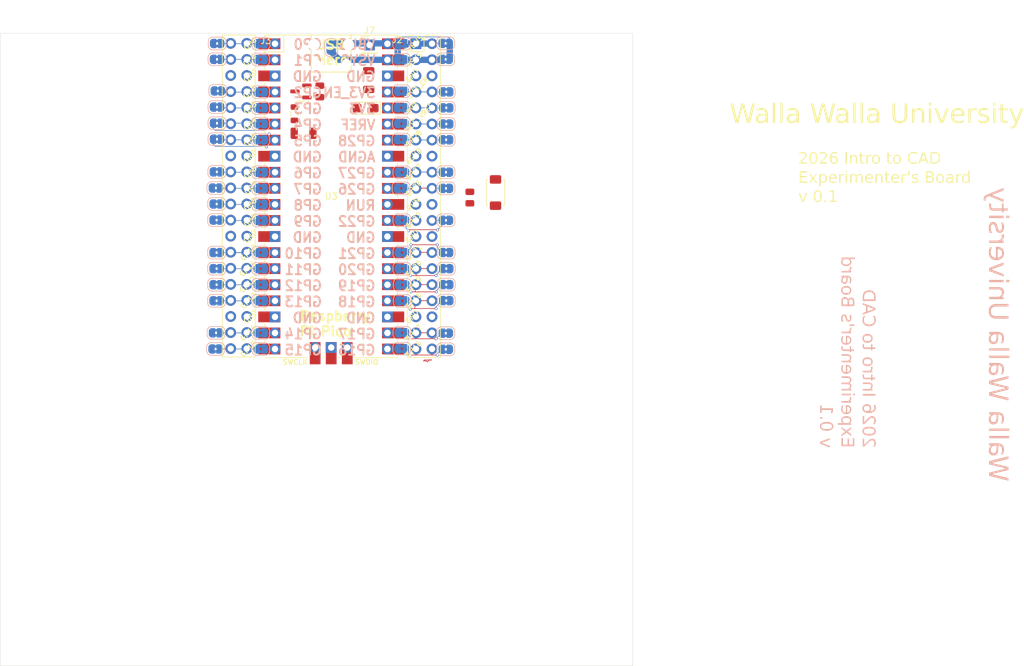
<source format=kicad_pcb>
(kicad_pcb (version 20241229) (generator "pcbnew") (generator_version "9.0")
  (layers (0 "F.Cu" signal) (4 "In1.Cu" signal) (6 "In2.Cu" signal) (2 "B.Cu" signal) (13 "F.Paste" user) (15 "B.Paste" user) (5 "F.SilkS" user "F.Silkscreen") (7 "B.SilkS" user "B.Silkscreen") (1 "F.Mask" user) (3 "B.Mask" user) (25 "Edge.Cuts" user))
  (net 0 "")
  (net 1 "GND")
  (net 2 "+3.3V")
  (net 3 "/WS")
  (net 4 "+4.7V")
  (net 5 "Net-(Q1-D)")
  (net 6 "Net-(Q1-G)")
  (net 7 "Net-(J7-Pin_1)")
  (net 8 "Net-(e1-EN)")
  (net 9 "Net-(J2-Pin_35)")
  (net 10 "Net-(J2-Pin_34)")
  (net 11 "Net-(JP36-B)")
  (net 12 "Net-(JP37-B)")
  (net 13 "Net-(JP38-B)")
  (net 14 "/BCK")
  (net 15 "/DATA")
  (net 16 "Net-(JP39-B)")
  (net 17 "/SDA")
  (net 18 "/SCL")
  (net 19 "Net-(JP40-B)")
  (net 20 "Net-(JP41-B)")
  (net 21 "Net-(JP42-B)")
  (net 22 "/Raspberry_Pi_Pico/3V3_EN")
  (net 23 "/Raspberry_Pi_Pico/RST")
  (net 30 "/Raspberry_Pi_Pico/ADC_VREF")
  (net 31 "/Raspberry_Pi_Pico/GPIO28_ADC2")
  (net 32 "/Raspberry_Pi_Pico/GPIO27_ADC1")
  (net 33 "/Raspberry_Pi_Pico/GPIO26_ADC0")
  (net 34 "/Raspberry_Pi_Pico/GPIO22")
  (net 35 "/Raspberry_Pi_Pico/GPIO21")
  (net 36 "/Raspberry_Pi_Pico/GPIO20")
  (net 37 "/Raspberry_Pi_Pico/GPIO19")
  (net 38 "/Raspberry_Pi_Pico/GPIO18")
  (net 39 "/Raspberry_Pi_Pico/GPIO17")
  (net 40 "/Raspberry_Pi_Pico/GPIO7")
  (net 41 "/Raspberry_Pi_Pico/GPIO8")
  (net 42 "/Raspberry_Pi_Pico/GPIO12")
  (net 43 "/Raspberry_Pi_Pico/GPIO13")
  (net 44 "Net-(JP43-B)")
  (net 45 "Net-(JP44-B)")
  (net 46 "Net-(J2-Pin_15)")
  (net 47 "Net-(JP45-B)")
  (net 48 "Net-(J2-Pin_11)")
  (net 49 "Net-(JP46-B)")
  (net 50 "Net-(J2-Pin_19)")
  (net 51 "Net-(J2-Pin_1)")
  (net 52 "Net-(J2-Pin_16)")
  (net 53 "Net-(J2-Pin_12)")
  (net 54 "Net-(J2-Pin_10)")
  (net 55 "Net-(J2-Pin_2)")
  (net 56 "Net-(J2-Pin_17)")
  (net 57 "Net-(JP47-B)")
  (net 58 "Net-(J2-Pin_20)")
  (net 59 "Net-(J2-Pin_14)")
  (net 60 "Net-(JP48-B)")
  (net 61 "Net-(JP49-B)")
  (net 62 "Net-(J3-Pin_37)")
  (net 63 "Net-(J3-Pin_36)")
  (net 64 "Net-(J3-Pin_35)")
  (net 65 "Net-(J3-Pin_34)")
  (net 66 "Net-(J3-Pin_32)")
  (net 67 "Net-(JP51-A)")
  (net 68 "Net-(JP52-A)")
  (net 69 "Net-(JP53-A)")
  (net 70 "Net-(JP54-A)")
  (net 71 "Net-(JP55-A)")
  (net 72 "Net-(JP56-A)")
  (net 73 "Net-(JP57-A)")
  (net 74 "Net-(JP58-A)")
  (net 75 "Net-(J3-Pin_1)")
  (net 76 "Net-(J3-Pin_2)")
  (net 77 "Net-(JP59-A)")
  (net 78 "Net-(JP60-A)")
  (net 79 "Net-(JP61-A)")
  (net 80 "Net-(JP62-A)")
  (net 81 "Net-(JP63-A)")
  (net 82 "Net-(JP64-A)")
  (net 83 "Net-(JP65-A)")
  (net 84 "Net-(JP66-A)")
  (net 85 "/Raspberry_Pi_Pico/GPIO4")
  (net 86 "/Raspberry_Pi_Pico/GPIO5")
  (net 87 "Net-(J3-Pin_10)")
  (net 88 "Net-(J3-Pin_12)")
  (net 89 "Net-(J3-Pin_14)")
  (net 90 "Net-(J3-Pin_15)")
  (net 91 "Net-(J3-Pin_16)")
  (net 92 "Net-(J3-Pin_17)")
  (net 93 "Net-(J3-Pin_19)")
  (net 94 "Net-(J3-Pin_20)")
  (net 95 "/FMT")
  (net 96 "Net-(J2-Pin_37)")
  (net 97 "Net-(J2-Pin_36)")
  (net 98 "Net-(J2-Pin_32)")
  (net 99 "/MD1")
  (net 100 "/Raspberry_Pi_Pico/GPIO0")
  (net 101 "/Raspberry_Pi_Pico/GPIO1")
  (net 102 "/Raspberry_Pi_Pico/GPIO2")
  (net 103 "/Raspberry_Pi_Pico/GPIO3")
  (net 104 "/Raspberry_Pi_Pico/GPIO6")
  (net 105 "/Raspberry_Pi_Pico/GPIO9")
  (footprint "PCM_JLCPCB:R_0805" (layer "F.Cu") (at 151.49 40.14 90)
    (property "Reference" "R28" (hide yes))
    (property "Value" "100kΩ")
  )
  (footprint "PCM_JLCPCB:SW_TS-1088-AR02016" (layer "F.Cu") (at 179.27 56.125 90)
    (property "Reference" "S1" (hide yes))
    (property "Value" "Tactile Button, 160gf")
  )
  (footprint "PCM_JLCPCB:C_1206" (layer "F.Cu") (at 148.92 46.76)
    (property "Reference" "C5" (hide yes))
    (property "Value" "10uF")
  )
  (footprint "Intro_to_CAD:PinSocket_2x20_P2.54mm_Vertical_Counterclockwise_pins21-40" (layer "F.Cu") (at 140.78 32.54)
    (property "Reference" "J3")
    (property "Value" "Conn_02x20_Counter_Clockwise")
  )
  (footprint "PCM_JLCPCB:Q_SOT-23" (layer "F.Cu") (at 148.5 40.14 180)
    (property "Reference" "Q1" (hide yes))
    (property "Value" "AO3401A")
  )
  (footprint "MCU_RaspberryPi_and_Boards:RPi_Pico_SMD_TH" (layer "F.Cu") (at 153.29 56.73)
    (property "Reference" "U3")
    (property "Value" "Pico")
  )
  (footprint "PCM_JLCPCB:C_1206" (layer "F.Cu") (at 159.22 38.34 -90)
    (property "Reference" "C2" (hide yes))
    (property "Value" "10uF")
  )
  (footprint "PCM_JLCPCB:R_0805" (layer "F.Cu") (at 175.21 56.915 90)
    (property "Reference" "R29" (hide yes))
    (property "Value" "20kΩ")
  )
  (footprint "Connector_PinHeader_2.54mm:PinHeader_1x01_P2.54mm_Vertical" (layer "F.Cu") (at 159.34 32.79)
    (property "Reference" "J7")
    (property "Value" "Conn_01x01_Pin")
  )
  (footprint "PCM_JLCPCB:C_CASE-A-3216-18(mm)" (layer "F.Cu") (at 158.73 42.78 180)
    (property "Reference" "C39" (hide yes))
    (property "Value" "10uF")
  )
  (footprint "PCM_JLCPCB:FB_0805" (layer "F.Cu") (at 147.47 43.66 -90)
    (property "Reference" "FB6" (hide yes))
    (property "Value" "~")
  )
  (footprint "Intro_to_CAD:PinSocket_2x20_P2.54mm_Vertical_pins1-20" (layer "F.Cu") (at 170.07 32.59)
    (property "Reference" "J2")
    (property "Value" "Conn_02x20_Counter_Clockwise")
  )
  (footprint "Jumper:SolderJumper-2_P1.3mm_Bridged2Bar_RoundedPad1.0x1.5mm" (layer "B.Cu") (at 164.47 68.16 180)
    (property "Reference" "JP45" (hide yes))
    (property "Value" "Jumper_2_Bridged")
  )
  (footprint "Jumper:SolderJumper-2_P1.3mm_Bridged2Bar_RoundedPad1.0x1.5mm" (layer "B.Cu") (at 171.41 78.36 180)
    (property "Reference" "JP33" (hide yes))
    (property "Value" "Jumper_2_Bridged")
  )
  (footprint "Jumper:SolderJumper-2_P1.3mm_Bridged2Bar_RoundedPad1.0x1.5mm" (layer "B.Cu") (at 142.14 47.79 180)
    (property "Reference" "JP56" (hide yes))
    (property "Value" "Jumper_2_Bridged")
  )
  (footprint "Jumper:SolderJumper-2_P1.3mm_Bridged2Bar_RoundedPad1.0x1.5mm" (layer "B.Cu") (at 135.17 65.62 180)
    (property "Reference" "JP78" (hide yes))
    (property "Value" "Jumper_2_Bridged")
  )
  (footprint "Jumper:SolderJumper-2_P1.3mm_Bridged2Bar_RoundedPad1.0x1.5mm" (layer "B.Cu") (at 142.16 55.46 180)
    (property "Reference" "JP58" (hide yes))
    (property "Value" "Jumper_2_Bridged")
  )
  (footprint "Jumper:SolderJumper-2_P1.3mm_Bridged2Bar_RoundedPad1.0x1.5mm" (layer "B.Cu") (at 135.17 60.48 180)
    (property "Reference" "JP77" (hide yes))
    (property "Value" "Jumper_2_Bridged")
  )
  (footprint "Jumper:SolderJumper-2_P1.3mm_Bridged2Bar_RoundedPad1.0x1.5mm" (layer "B.Cu") (at 135.21 52.86 180)
    (property "Reference" "JP74" (hide yes))
    (property "Value" "Jumper_2_Bridged")
  )
  (footprint "Jumper:SolderJumper-2_P1.3mm_Bridged2Bar_RoundedPad1.0x1.5mm" (layer "B.Cu") (at 171.46 47.785 180)
    (property "Reference" "JP25" (hide yes))
    (property "Value" "Jumper_2_Bridged")
  )
  (footprint "Jumper:SolderJumper-2_P1.3mm_Open_RoundedPad1.0x1.5mm" (layer "B.Cu") (at 153.28 33.19 -90)
    (property "Reference" "JP50" (hide yes))
    (property "Value" "USB Only" (hide yes))
  )
  (footprint "Jumper:SolderJumper-2_P1.3mm_Bridged2Bar_RoundedPad1.0x1.5mm" (layer "B.Cu") (at 142.16 80.86 180)
    (property "Reference" "JP66" (hide yes))
    (property "Value" "Jumper_2_Bridged")
  )
  (footprint "Jumper:SolderJumper-2_P1.3mm_Bridged2Bar_RoundedPad1.0x1.5mm" (layer "B.Cu") (at 135.17 68.16 180)
    (property "Reference" "JP79" (hide yes))
    (property "Value" "Jumper_2_Bridged")
  )
  (footprint "Jumper:SolderJumper-2_P1.3mm_Bridged2Bar_RoundedPad1.0x1.5mm" (layer "B.Cu") (at 135.235 42.61 180)
    (property "Reference" "JP71" (hide yes))
    (property "Value" "Jumper_2_Bridged")
  )
  (footprint "Jumper:SolderJumper-2_P1.3mm_Bridged2Bar_RoundedPad1.0x1.5mm" (layer "B.Cu") (at 135.18 57.94 180)
    (property "Reference" "JP76" (hide yes))
    (property "Value" "Jumper_2_Bridged")
  )
  (footprint "Jumper:SolderJumper-2_P1.3mm_Bridged2Bar_RoundedPad1.0x1.5mm" (layer "B.Cu") (at 171.485 70.685 180)
    (property "Reference" "JP31" (hide yes))
    (property "Value" "Jumper_2_Bridged")
  )
  (footprint "Jumper:SolderJumper-2_P1.3mm_Bridged2Bar_RoundedPad1.0x1.5mm" (layer "B.Cu") (at 135.01 80.86 180)
    (property "Reference" "JP83" (hide yes))
    (property "Value" "Jumper_2_Bridged")
  )
  (footprint "Jumper:SolderJumper-2_P1.3mm_Bridged2Bar_RoundedPad1.0x1.5mm" (layer "B.Cu") (at 164.47 65.61 180)
    (property "Reference" "JP44" (hide yes))
    (property "Value" "Jumper_2_Bridged")
  )
  (footprint "Jumper:SolderJumper-2_P1.3mm_Bridged2Bar_RoundedPad1.0x1.5mm" (layer "B.Cu") (at 171.435 55.46 180)
    (property "Reference" "JP27" (hide yes))
    (property "Value" "Jumper_2_Bridged")
  )
  (footprint "Jumper:SolderJumper-2_P1.3mm_Bridged2Bar_RoundedPad1.0x1.5mm" (layer "B.Cu") (at 135.36 40.06 180)
    (property "Reference" "JP70" (hide yes))
    (property "Value" "Jumper_2_Bridged")
  )
  (footprint "Jumper:SolderJumper-2_P1.3mm_Bridged2Bar_RoundedPad1.0x1.5mm" (layer "B.Cu") (at 142.16 52.92 180)
    (property "Reference" "JP57" (hide yes))
    (property "Value" "Jumper_2_Bridged")
  )
  (footprint "Jumper:SolderJumper-2_P1.3mm_Bridged2Bar_RoundedPad1.0x1.5mm" (layer "B.Cu") (at 142.16 70.7 180)
    (property "Reference" "JP63" (hide yes))
    (property "Value" "Jumper_2_Bridged")
  )
  (footprint "Jumper:SolderJumper-2_P1.3mm_Bridged2Bar_RoundedPad1.0x1.5mm" (layer "B.Cu") (at 135.235 47.685 180)
    (property "Reference" "JP73" (hide yes))
    (property "Value" "Jumper_2_Bridged")
  )
  (footprint "Jumper:SolderJumper-2_P1.3mm_Bridged2Bar_RoundedPad1.0x1.5mm" (layer "B.Cu") (at 142.15 45.25 180)
    (property "Reference" "JP55" (hide yes))
    (property "Value" "Jumper_2_Bridged")
  )
  (footprint "Jumper:SolderJumper-2_P1.3mm_Bridged2Bar_RoundedPad1.0x1.5mm" (layer "B.Cu") (at 164.47 52.93 180)
    (property "Reference" "JP41" (hide yes))
    (property "Value" "Jumper_2_Bridged")
  )
  (footprint "Jumper:SolderJumper-2_P1.3mm_Bridged2Bar_RoundedPad1.0x1.5mm" (layer "B.Cu") (at 135.17 70.7 180)
    (property "Reference" "JP80" (hide yes))
    (property "Value" "Jumper_2_Bridged")
  )
  (footprint "Jumper:SolderJumper-2_P1.3mm_Bridged2Bar_RoundedPad1.0x1.5mm" (layer "B.Cu") (at 164.47 60.51 180)
    (property "Reference" "JP43" (hide yes))
    (property "Value" "Jumper_2_Bridged")
  )
  (footprint "Jumper:SolderJumper-2_P1.3mm_Bridged2Bar_RoundedPad1.0x1.5mm" (layer "B.Cu") (at 164.39 45.22 180)
    (property "Reference" "JP39" (hide yes))
    (property "Value" "Jumper_2_Bridged")
  )
  (footprint "Jumper:SolderJumper-2_P1.3mm_Bridged2Bar_RoundedPad1.0x1.5mm" (layer "B.Cu") (at 171.435 52.91 180)
    (property "Reference" "JP26" (hide yes))
    (property "Value" "Jumper_2_Bridged")
  )
  (footprint "Jumper:SolderJumper-2_P1.3mm_Bridged2Bar_RoundedPad1.0x1.5mm" (layer "B.Cu") (at 135.26 32.56 180)
    (property "Reference" "JP67" (hide yes))
    (property "Value" "Jumper_2_Bridged")
  )
  (footprint "Jumper:SolderJumper-2_P1.3mm_Bridged2Bar_RoundedPad1.0x1.5mm" (layer "B.Cu") (at 171.46 65.61 180)
    (property "Reference" "JP29" (hide yes))
    (property "Value" "Jumper_2_Bridged")
  )
  (footprint "Jumper:SolderJumper-2_P1.3mm_Bridged2Bar_RoundedPad1.0x1.5mm" (layer "B.Cu") (at 171.41 80.91 180)
    (property "Reference" "JP34" (hide yes))
    (property "Value" "Jumper_2_Bridged")
  )
  (footprint "Jumper:SolderJumper-2_P1.3mm_Bridged2Bar_RoundedPad1.0x1.5mm" (layer "B.Cu") (at 164.44 80.82 180)
    (property "Reference" "JP49" (hide yes))
    (property "Value" "Jumper_2_Bridged")
  )
  (footprint "Jumper:SolderJumper-2_P1.3mm_Bridged2Bar_RoundedPad1.0x1.5mm" (layer "B.Cu") (at 164.37 35.14 180)
    (property "Reference" "JP36" (hide yes))
    (property "Value" "Jumper_2_Bridged")
  )
  (footprint "Jumper:SolderJumper-2_P1.3mm_Bridged2Bar_RoundedPad1.0x1.5mm" (layer "B.Cu") (at 164.35 47.76 180)
    (property "Reference" "JP40" (hide yes))
    (property "Value" "Jumper_2_Bridged")
  )
  (footprint "Jumper:SolderJumper-2_P1.3mm_Bridged2Bar_RoundedPad1.0x1.5mm" (layer "B.Cu") (at 142.16 78.32 180)
    (property "Reference" "JP65" (hide yes))
    (property "Value" "Jumper_2_Bridged")
  )
  (footprint "Jumper:SolderJumper-2_P1.3mm_Bridged2Bar_RoundedPad1.0x1.5mm" (layer "B.Cu") (at 171.435 60.51 180)
    (property "Reference" "JP28" (hide yes))
    (property "Value" "Jumper_2_Bridged")
  )
  (footprint "Jumper:SolderJumper-2_P1.3mm_Bridged2Bar_RoundedPad1.0x1.5mm" (layer "B.Cu") (at 135.235 35.06 180)
    (property "Reference" "JP68" (hide yes))
    (property "Value" "Jumper_2_Bridged")
  )
  (footprint "Jumper:SolderJumper-2_P1.3mm_Bridged2Bar_RoundedPad1.0x1.5mm" (layer "B.Cu") (at 171.485 73.21 180)
    (property "Reference" "JP32" (hide yes))
    (property "Value" "Jumper_2_Bridged")
  )
  (footprint "Jumper:SolderJumper-2_P1.3mm_Bridged2Bar_RoundedPad1.0x1.5mm" (layer "B.Cu") (at 171.485 68.16 180)
    (property "Reference" "JP30" (hide yes))
    (property "Value" "Jumper_2_Bridged")
  )
  (footprint "Jumper:SolderJumper-2_P1.3mm_Bridged2Bar_RoundedPad1.0x1.5mm" (layer "B.Cu") (at 164.34 55.46 180)
    (property "Reference" "JP42" (hide yes))
    (property "Value" "Jumper_2_Bridged")
  )
  (footprint "Jumper:SolderJumper-2_P1.3mm_Bridged2Bar_RoundedPad1.0x1.5mm" (layer "B.Cu") (at 142.13 42.75 180)
    (property "Reference" "JP54" (hide yes))
    (property "Value" "Jumper_2_Bridged")
  )
  (footprint "Jumper:SolderJumper-2_P1.3mm_Bridged2Bar_RoundedPad1.0x1.5mm" (layer "B.Cu") (at 142.19 32.59 180)
    (property "Reference" "JP51" (hide yes))
    (property "Value" "Jumper_2_Bridged")
  )
  (footprint "Jumper:SolderJumper-2_P1.3mm_Bridged2Bar_RoundedPad1.0x1.5mm" (layer "B.Cu") (at 142.16 68.16 180)
    (property "Reference" "JP62" (hide yes))
    (property "Value" "Jumper_2_Bridged")
  )
  (footprint "Jumper:SolderJumper-2_P1.3mm_Bridged2Bar_RoundedPad1.0x1.5mm" (layer "B.Cu") (at 142.13 40.25 180)
    (property "Reference" "JP53" (hide yes))
    (property "Value" "Jumper_2_Bridged")
  )
  (footprint "Jumper:SolderJumper-2_P1.3mm_Bridged2Bar_RoundedPad1.0x1.5mm" (layer "B.Cu") (at 142.16 60.54 180)
    (property "Reference" "JP60" (hide yes))
    (property "Value" "Jumper_2_Bridged")
  )
  (footprint "Jumper:SolderJumper-2_P1.3mm_Bridged2Bar_RoundedPad1.0x1.5mm" (layer "B.Cu") (at 164.53 73.25 180)
    (property "Reference" "JP47" (hide yes))
    (property "Value" "Jumper_2_Bridged")
  )
  (footprint "Jumper:SolderJumper-2_P1.3mm_Bridged2Bar_RoundedPad1.0x1.5mm" (layer "B.Cu") (at 135.235 45.16 180)
    (property "Reference" "JP72" (hide yes))
    (property "Value" "Jumper_2_Bridged")
  )
  (footprint "Jumper:SolderJumper-2_P1.3mm_Bridged2Bar_RoundedPad1.0x1.5mm" (layer "B.Cu") (at 164.36 42.71 180)
    (property "Reference" "JP38" (hide yes))
    (property "Value" "Jumper_2_Bridged")
  )
  (footprint "Jumper:SolderJumper-2_P1.3mm_Bridged2Bar_RoundedPad1.0x1.5mm" (layer "B.Cu") (at 164.53 70.72 180)
    (property "Reference" "JP46" (hide yes))
    (property "Value" "Jumper_2_Bridged")
  )
  (footprint "Jumper:SolderJumper-2_P1.3mm_Bridged2Bar_RoundedPad1.0x1.5mm" (layer "B.Cu") (at 142.16 65.62 180)
    (property "Reference" "JP61" (hide yes))
    (property "Value" "Jumper_2_Bridged")
  )
  (footprint "Jumper:SolderJumper-2_P1.3mm_Bridged2Bar_RoundedPad1.0x1.5mm" (layer "B.Cu") (at 135.17 73.24 180)
    (property "Reference" "JP81" (hide yes))
    (property "Value" "Jumper_2_Bridged")
  )
  (footprint "Jumper:SolderJumper-2_P1.3mm_Bridged2Bar_RoundedPad1.0x1.5mm" (layer "B.Cu") (at 142.16 73.24 180)
    (property "Reference" "JP64" (hide yes))
    (property "Value" "Jumper_2_Bridged")
  )
  (footprint "Jumper:SolderJumper-2_P1.3mm_Bridged2Bar_RoundedPad1.0x1.5mm" (layer "B.Cu") (at 164.48 78.28 180)
    (property "Reference" "JP48" (hide yes))
    (property "Value" "Jumper_2_Bridged")
  )
  (footprint "Jumper:SolderJumper-2_P1.3mm_Bridged2Bar_RoundedPad1.0x1.5mm" (layer "B.Cu") (at 135.06 55.41 180)
    (property "Reference" "JP75" (hide yes))
    (property "Value" "Jumper_2_Bridged")
  )
  (footprint "Jumper:SolderJumper-2_P1.3mm_Bridged2Bar_RoundedPad1.0x1.5mm" (layer "B.Cu") (at 171.485 45.285 180)
    (property "Reference" "JP24" (hide yes))
    (property "Value" "Jumper_2_Bridged")
  )
  (footprint "Jumper:SolderJumper-2_P1.3mm_Bridged2Bar_RoundedPad1.0x1.5mm" (layer "B.Cu") (at 142.13 35.1 180)
    (property "Reference" "JP52" (hide yes))
    (property "Value" "Jumper_2_Bridged")
  )
  (footprint "Jumper:SolderJumper-2_P1.3mm_Bridged2Bar_RoundedPad1.0x1.5mm" (layer "B.Cu") (at 171.485 42.735 180)
    (property "Reference" "JP23" (hide yes))
    (property "Value" "Jumper_2_Bridged")
  )
  (footprint "Jumper:SolderJumper-2_P1.3mm_Bridged2Bar_RoundedPad1.0x1.5mm" (layer "B.Cu") (at 171.485 40.21 180)
    (property "Reference" "JP22" (hide yes))
    (property "Value" "Jumper_2_Bridged")
  )
  (footprint "Jumper:SolderJumper-2_P1.3mm_Bridged2Bar_RoundedPad1.0x1.5mm" (layer "B.Cu") (at 142.16 58 180)
    (property "Reference" "JP59" (hide yes))
    (property "Value" "Jumper_2_Bridged")
  )
  (footprint "Jumper:SolderJumper-2_P1.3mm_Bridged2Bar_RoundedPad1.0x1.5mm" (layer "B.Cu") (at 164.39 40.11 180)
    (property "Reference" "JP37" (hide yes))
    (property "Value" "Jumper_2_Bridged")
  )
  (footprint "Jumper:SolderJumper-2_P1.3mm_Bridged2Bar_RoundedPad1.0x1.5mm" (layer "B.Cu") (at 135.085 78.31 180)
    (property "Reference" "JP82" (hide yes))
    (property "Value" "Jumper_2_Bridged")
  )
  (footprint "Jumper:SolderJumper-2_P1.3mm_Bridged2Bar_RoundedPad1.0x1.5mm" (layer "B.Cu") (at 171.385 35.06 180)
    (property "Reference" "JP21" (hide yes))
    (property "Value" "Jumper_2_Bridged")
  )
  (footprint "Jumper:SolderJumper-2_P1.3mm_Bridged2Bar_RoundedPad1.0x1.5mm" (layer "B.Cu") (at 171.385 32.535 180)
    (property "Reference" "JP20" (hide yes))
    (property "Value" "Jumper_2_Bridged")
  )
  (footprint "Jumper:SolderJumper-2_P1.3mm_Bridged2Bar_RoundedPad1.0x1.5mm" (layer "B.Cu") (at 164.45 32.59 180)
    (property "Reference" "JP35" (hide yes))
    (property "Value" "Jumper_2_Bridged")
  )
  (gr_line (start 156.41 37.08) (end 156.43 31.14) (stroke (width 0.15)) (layer "F.SilkS"))
  (gr_line (start 150.12 31.18) (end 150.15 37.08) (stroke (width 0.15)) (layer "F.SilkS"))
  (gr_line (start 150.15 37.08) (end 156.41 37.08) (stroke (width 0.15)) (layer "F.SilkS"))
  (gr_rect (start 100.95 30.95) (end 200.95 130.95) (stroke (width 0.05)) (fill no) (layer "Edge.Cuts"))
  (gr_text "Raspberry\nPi Pico" (at 148.12 78.95 0) (layer "F.SilkS") (effects (font (size 1.5 1.5) (thickness 0.3) (bold yes)) (justify left bottom)))
  (gr_text "2026 Intro to CAD\nExperimenter's Board\nv 0.1" (at 227.13 57.92 0) (layer "F.SilkS") (effects (font (size 1.8 1.8) (thickness 0.2)) (justify left bottom)))
  (gr_text "Walla Walla University" (at 216.27 45.62 0) (layer "F.SilkS") (effects (font (size 3 3)) (justify left bottom)))
  (gr_text "USB\nHere" (at 150.69 36.03 0) (layer "F.SilkS") (effects (font (size 1.5 1.5) (thickness 0.3) (bold yes)) (justify left bottom)))
  (gr_text "VBUS\nVSYS\nGND\n3V3_EN\n3V3\nVREF\nGP28\nAGND\nGP27\nGP26\nRUN\nGP22\nGND\nGP21\nGP20\nGP19\nGP18\nGND\nGP17\nGP16" (at 160.44 81.97 0) (layer "B.SilkS") (effects (font (size 1.58 1.5) (thickness 0.3) (bold yes)) (justify left bottom mirror)))
  (gr_text "Walla Walla University" (at 256.8 101.83 270) (layer "B.SilkS") (effects (font (size 3 3)) (justify left bottom mirror)))
  (gr_text "GP0\nGP1\nGND\nGP2\nGP3\nGP4\nGP5\nGND\nGP6\nGP7\nGP8\nGP9\nGND\nGP10\nGP11\nGP12\nGP13\nGND\nGP14\nGP15" (at 151.99 81.96 0) (layer "B.SilkS") (effects (font (size 1.58 1.5) (thickness 0.3) (bold yes)) (justify left bottom mirror)))
  (gr_text "2026 Intro to CAD\nExperimenter's Board\nv 0.1" (at 230.26 96.52 270) (layer "B.SilkS") (effects (font (size 2 2) (thickness 0.2)) (justify left bottom mirror)))
  (segment (start 166.68 70.67) (end 169.22 70.67) (width 0.1) (layer "F.Cu") (net 0))
  (segment (start 168.056 82.584) (end 167.89 82.75) (width 0.1) (layer "F.Cu") (net 0))
  (segment (start 166.68 65.59) (end 169.22 65.59) (width 0.1) (layer "F.Cu") (net 0))
  (segment (start 168.816 82.584) (end 169.16 82.584) (width 0.1) (layer "F.Cu") (net 0))
  (segment (start 168.498 82.902) (end 168.816 82.584) (width 0.1) (layer "F.Cu") (net 0))
  (segment (start 166.68 73.21) (end 169.22 73.21) (width 0.1) (layer "F.Cu") (net 0))
  (segment (start 169.16 82.584) (end 168.056 82.584) (width 0.1) (layer "F.Cu") (net 0))
  (segment (start 166.68 55.43) (end 169.22 55.43) (width 0.1) (layer "F.Cu") (net 0))
  (segment (start 167.89 82.75) (end 168.346 82.75) (width 0.1) (layer "F.Cu") (net 0))
  (segment (start 168.346 82.75) (end 168.498 82.902) (width 0.1) (layer "F.Cu") (net 0))
  (segment (start 172.035 31.78) (end 171.775 31.52) (width 0.1) (layer "B.Cu") (net 0))
  (segment (start 172.035 32.535) (end 172.035 31.78) (width 0.1) (layer "B.Cu") (net 0))
  (segment (start 163.8 35.06) (end 163.72 35.14) (width 1) (layer "B.Cu") (net 0))
  (segment (start 164.32 31.52) (end 163.8 32.04) (width 0.1) (layer "B.Cu") (net 0))
  (segment (start 153.28 33.84) (end 154.58 35.14) (width 1) (layer "B.Cu") (net 0))
  (segment (start 163.72 35.14) (end 162.21 35.14) (width 0.1) (layer "B.Cu") (net 0))
  (segment (start 163.8 32.59) (end 163.8 35.06) (width 1) (layer "B.Cu") (net 0))
  (segment (start 171.775 31.52) (end 164.32 31.52) (width 0.1) (layer "B.Cu") (net 0))
  (segment (start 154.58 35.14) (end 163.72 35.14) (width 1) (layer "B.Cu") (net 0))
  (segment (start 172.035 35.06) (end 172.035 32.535) (width 1) (layer "B.Cu") (net 0))
  (segment (start 153.28 32.54) (end 162.15 32.54) (width 1) (layer "B.Cu") (net 7))
  (segment (start 135.885 45.16) (end 141.41 45.16) (width 0.1) (layer "B.Cu") (net 9))
  (segment (start 141.49 47.79) (end 135.99 47.79) (width 0.1) (layer "B.Cu") (net 10))
  (segment (start 163.74 40.11) (end 162.26 40.11) (width 0.1) (layer "B.Cu") (net 12))
  (segment (start 163.71 42.71) (end 162.2 42.71) (width 0.1) (layer "B.Cu") (net 13))
  (segment (start 163.74 45.22) (end 162.23 45.22) (width 0.1) (layer "B.Cu") (net 16))
  (segment (start 142.8 45.25) (end 144.385 45.25) (width 0.1) (layer "B.Cu") (net 17))
  (segment (start 142.67 46.3) (end 142.8 46.17) (width 0.1) (layer "B.Cu") (net 17))
  (segment (start 134.585 45.915) (end 134.97 46.3) (width 0.1) (layer "B.Cu") (net 17))
  (segment (start 134.585 45.16) (end 134.585 45.915) (width 0.1) (layer "B.Cu") (net 17))
  (segment (start 134.97 46.3) (end 142.67 46.3) (width 0.1) (layer "B.Cu") (net 17))
  (segment (start 142.8 46.17) (end 142.8 45.25) (width 0.1) (layer "B.Cu") (net 17))
  (segment (start 143.3 48.67) (end 143.08 48.89) (width 0.1) (layer "F.Cu") (net 18))
  (via (at 143.08 48.89) (size 0.45) (drill 0.3) (layers "F.Cu" "B.Cu") (net 18))
  (via (at 143.49 46.89) (size 0.45) (drill 0.3) (layers "F.Cu" "B.Cu") (net 18))
  (segment (start 142.232844 48.83) (end 142.79 48.272844) (width 0.1) (layer "B.Cu") (net 18))
  (segment (start 142.79 47.79) (end 144.385 47.79) (width 0.1) (layer "B.Cu") (net 18))
  (segment (start 143.08 48.89) (end 142.79 48.6) (width 0.1) (layer "B.Cu") (net 18))
  (segment (start 142.79 48.6) (end 142.79 47.79) (width 0.1) (layer "B.Cu") (net 18))
  (segment (start 143.49 47.09) (end 142.79 47.79) (width 0.1) (layer "B.Cu") (net 18))
  (segment (start 134.585 48.44) (end 134.975 48.83) (width 0.1) (layer "B.Cu") (net 18))
  (segment (start 143.49 46.89) (end 143.49 47.09) (width 0.1) (layer "B.Cu") (net 18))
  (segment (start 134.975 48.83) (end 142.232844 48.83) (width 0.1) (layer "B.Cu") (net 18))
  (segment (start 134.585 47.685) (end 134.585 48.44) (width 0.1) (layer "B.Cu") (net 18))
  (segment (start 163.7 47.76) (end 162.23 47.76) (width 0.1) (layer "B.Cu") (net 19))
  (segment (start 163.82 52.93) (end 162.22 52.93) (width 0.1) (layer "B.Cu") (net 20))
  (segment (start 163.69 55.46) (end 162.21 55.46) (width 0.1) (layer "B.Cu") (net 21))
  (segment (start 163.82 60.51) (end 162.18 60.51) (width 0.1) (layer "B.Cu") (net 44))
  (segment (start 163.82 65.61) (end 162.2 65.61) (width 0.1) (layer "B.Cu") (net 45))
  (segment (start 141.51 68.16) (end 135.82 68.16) (width 0.1) (layer "B.Cu") (net 46))
  (segment (start 163.82 68.16) (end 162.21 68.16) (width 0.1) (layer "B.Cu") (net 47))
  (segment (start 141.51 58) (end 135.89 58) (width 0.1) (layer "B.Cu") (net 48))
  (segment (start 163.88 70.72) (end 162.23 70.72) (width 0.1) (layer "B.Cu") (net 49))
  (segment (start 141.51 78.32) (end 135.745 78.32) (width 0.1) (layer "B.Cu") (net 50))
  (segment (start 141.54 32.59) (end 135.94 32.59) (width 0.1) (layer "B.Cu") (net 51))
  (segment (start 141.51 70.7) (end 135.82 70.7) (width 0.1) (layer "B.Cu") (net 52))
  (segment (start 141.51 60.54) (end 135.88 60.54) (width 0.1) (layer "B.Cu") (net 53))
  (segment (start 141.51 55.46) (end 135.76 55.46) (width 0.1) (layer "B.Cu") (net 54))
  (segment (start 135.885 35.06) (end 141.44 35.06) (width 0.1) (layer "B.Cu") (net 55))
  (segment (start 141.51 73.24) (end 135.82 73.24) (width 0.1) (layer "B.Cu") (net 56))
  (segment (start 163.88 73.25) (end 162.22 73.25) (width 0.1) (layer "B.Cu") (net 57))
  (segment (start 135.66 80.86) (end 141.51 80.86) (width 0.1) (layer "B.Cu") (net 58))
  (segment (start 141.51 65.62) (end 137.48 65.62) (width 0.1) (layer "B.Cu") (net 59))
  (segment (start 141.51 65.62) (end 135.82 65.62) (width 0.1) (layer "B.Cu") (net 59))
  (segment (start 163.83 78.28) (end 162.19 78.28) (width 0.1) (layer "B.Cu") (net 60))
  (segment (start 163.79 80.82) (end 162.19 80.82) (width 0.1) (layer "B.Cu") (net 61))
  (segment (start 170.835 40.21) (end 165.14 40.21) (width 0.1) (layer "B.Cu") (net 62))
  (segment (start 170.835 42.735) (end 165.035 42.735) (width 0.1) (layer "B.Cu") (net 63))
  (segment (start 170.835 45.285) (end 165.105 45.285) (width 0.1) (layer "B.Cu") (net 64))
  (segment (start 169.22 47.81) (end 165.05 47.81) (width 0.1) (layer "B.Cu") (net 65))
  (segment (start 169.22 47.81) (end 170.785 47.81) (width 0.1) (layer "B.Cu") (net 65))
  (segment (start 169.22 52.89) (end 165.16 52.89) (width 0.1) (layer "B.Cu") (net 66))
  (segment (start 170.785 52.91) (end 169.24 52.91) (width 0.1) (layer "B.Cu") (net 66))
  (segment (start 144.41 32.575) (end 142.855 32.575) (width 0.1) (layer "B.Cu") (net 67))
  (segment (start 142.78 35.1) (end 144.395 35.1) (width 0.1) (layer "B.Cu") (net 68))
  (segment (start 144.41 40.195) (end 142.835 40.195) (width 0.1) (layer "B.Cu") (net 69))
  (segment (start 142.78 42.75) (end 144.395 42.75) (width 0.1) (layer "B.Cu") (net 70))
  (segment (start 144.41 52.895) (end 142.835 52.895) (width 0.1) (layer "B.Cu") (net 73))
  (segment (start 144.41 55.435) (end 142.835 55.435) (width 0.1) (layer "B.Cu") (net 74))
  (segment (start 169.22 32.57) (end 165.12 32.57) (width 1) (layer "B.Cu") (net 75))
  (segment (start 165.12 32.57) (end 165.1 32.59) (width 1) (layer "B.Cu") (net 75))
  (segment (start 170.735 32.535) (end 165.155 32.535) (width 0.1) (layer "B.Cu") (net 75))
  (segment (start 165.02 35.14) (end 170.655 35.14) (width 1) (layer "B.Cu") (net 76))
  (segment (start 170.655 35.14) (end 170.735 35.06) (width 1) (layer "B.Cu") (net 76))
  (segment (start 144.41 57.975) (end 142.835 57.975) (width 0.1) (layer "B.Cu") (net 77))
  (segment (start 142.81 60.54) (end 144.385 60.54) (width 0.1) (layer "B.Cu") (net 78))
  (segment (start 144.41 65.595) (end 142.835 65.595) (width 0.1) (layer "B.Cu") (net 79))
  (segment (start 144.41 68.135) (end 142.835 68.135) (width 0.1) (layer "B.Cu") (net 80))
  (segment (start 144.41 70.675) (end 142.835 70.675) (width 0.1) (layer "B.Cu") (net 81))
  (segment (start 144.41 73.215) (end 142.835 73.215) (width 0.1) (layer "B.Cu") (net 82))
  (segment (start 144.41 78.295) (end 142.835 78.295) (width 0.1) (layer "B.Cu") (net 83))
  (segment (start 142.81 80.86) (end 144.385 80.86) (width 0.1) (layer "B.Cu") (net 84))
  (segment (start 164.99 55.46) (end 166.65 55.46) (width 0.1) (layer "B.Cu") (net 87))
  (segment (start 170.785 55.46) (end 169.25 55.46) (width 0.1) (layer "B.Cu") (net 87))
  (segment (start 170.1 62.03) (end 170.07 62) (width 0.1) (layer "F.Cu") (net 88))
  (segment (start 165.66 62) (end 165.5 62.16) (width 0.1) (layer "F.Cu") (net 88))
  (segment (start 170.07 62) (end 165.66 62) (width 0.1) (layer "F.Cu") (net 88))
  (via (at 170.1 62.03) (size 0.45) (drill 0.3) (layers "F.Cu" "B.Cu") (net 88))
  (via (at 165.5 62.16) (size 0.45) (drill 0.3) (layers "F.Cu" "B.Cu") (net 88))
  (segment (start 165.12 61.78) (end 165.12 60.51) (width 0.1) (layer "B.Cu") (net 88))
  (segment (start 165.12 60.51) (end 166.68 60.51) (width 0.1) (layer "B.Cu") (net 88))
  (segment (start 165.5 62.16) (end 165.12 61.78) (width 0.1) (layer "B.Cu") (net 88))
  (segment (start 170.785 60.51) (end 170.785 61.345) (width 0.1) (layer "B.Cu") (net 88))
  (segment (start 170.785 61.345) (end 170.1 62.03) (width 0.1) (layer "B.Cu") (net 88))
  (segment (start 170.785 60.51) (end 169.22 60.51) (width 0.1) (layer "B.Cu") (net 88))
  (segment (start 170.07 64.38) (end 165.9 64.38) (width 0.1) (layer "F.Cu") (net 89))
  (via (at 170.07 64.38) (size 0.45) (drill 0.3) (layers "F.Cu" "B.Cu") (net 89))
  (via (at 165.9 64.38) (size 0.45) (drill 0.3) (layers "F.Cu" "B.Cu") (net 89))
  (segment (start 165.12 65.61) (end 166.66 65.61) (width 0.1) (layer "B.Cu") (net 89))
  (segment (start 170.07 64.87) (end 170.07 64.38) (width 0.1) (layer "B.Cu") (net 89))
  (segment (start 165.9 64.83) (end 165.12 65.61) (width 0.1) (layer "B.Cu") (net 89))
  (segment (start 170.81 65.61) (end 170.07 64.87) (width 0.1) (layer "B.Cu") (net 89))
  (segment (start 165.9 64.38) (end 165.9 64.83) (width 0.1) (layer "B.Cu") (net 89))
  (segment (start 165.81 69.24) (end 165.8 69.25) (width 0.1) (layer "F.Cu") (net 90))
  (segment (start 166.84 69.24) (end 165.81 69.24) (width 0.1) (layer "F.Cu") (net 90))
  (segment (start 166.84 69.24) (end 166.68 69.08) (width 0.1) (layer "F.Cu") (net 90))
  (segment (start 169.87 69.24) (end 166.84 69.24) (width 0.1) (layer "F.Cu") (net 90))
  (segment (start 166.68 69.08) (end 166.68 68.13) (width 0.1) (layer "F.Cu") (net 90))
  (segment (start 166.68 68.13) (end 169.22 68.13) (width 0.1) (layer "F.Cu") (net 90))
  (via (at 165.8 69.25) (size 0.45) (drill 0.3) (layers "F.Cu" "B.Cu") (net 90))
  (via (at 169.87 69.24) (size 0.45) (drill 0.3) (layers "F.Cu" "B.Cu") (net 90))
  (segment (start 165.6 69.05) (end 165.6 68.64) (width 0.1) (layer "B.Cu") (net 90))
  (segment (start 165.6 68.64) (end 165.12 68.16) (width 0.1) (layer "B.Cu") (net 90))
  (segment (start 170.835 68.16) (end 169.87 69.125) (width 0.1) (layer "B.Cu") (net 90))
  (segment (start 165.8 69.25) (end 165.6 69.05) (width 0.1) (layer "B.Cu") (net 90))
  (segment (start 169.87 69.125) (end 169.87 69.24) (width 0.1) (layer "B.Cu") (net 90))
  (segment (start 166.59 71.82) (end 166.59 70.76) (width 0.1) (layer "F.Cu") (net 91))
  (segment (start 165.91 71.82) (end 165.9 71.81) (width 0.1) (layer "F.Cu") (net 91))
  (segment (start 166.59 71.82) (end 165.91 71.82) (width 0.1) (layer "F.Cu") (net 91))
  (segment (start 169.93 71.82) (end 166.59 71.82) (width 0.1) (layer "F.Cu") (net 91))
  (via (at 169.93 71.82) (size 0.45) (drill 0.3) (layers "F.Cu" "B.Cu") (net 91))
  (via (at 165.9 71.81) (size 0.45) (drill 0.3) (layers "F.Cu" "B.Cu") (net 91))
  (segment (start 169.93 71.59) (end 169.93 71.82) (width 0.1) (layer "B.Cu") (net 91))
  (segment (start 165.9 71.81) (end 165.9 71.44) (width 0.1) (layer "B.Cu") (net 91))
  (segment (start 165.9 71.44) (end 165.18 70.72) (width 0.1) (layer "B.Cu") (net 91))
  (segment (start 170.835 70.685) (end 169.93 71.59) (width 0.1) (layer "B.Cu") (net 91))
  (segment (start 165.9 74.46) (end 165.79 74.57) (width 0.1) (layer "F.Cu") (net 92))
  (segment (start 166.52 74.46) (end 166.52 73.37) (width 0.1) (layer "F.Cu") (net 92))
  (segment (start 169.87 74.46) (end 166.52 74.46) (width 0.1) (layer "F.Cu") (net 92))
  (segment (start 166.52 74.46) (end 165.9 74.46) (width 0.1) (layer "F.Cu") (net 92))
  (via (at 169.87 74.46) (size 0.45) (drill 0.3) (layers "F.Cu" "B.Cu") (net 92))
  (via (at 165.79 74.57) (size 0.45) (drill 0.3) (layers "F.Cu" "B.Cu") (net 92))
  (segment (start 170.835 73.21) (end 169.87 74.175) (width 0.1) (layer "B.Cu") (net 92))
  (segment (start 169.87 74.175) (end 169.87 74.46) (width 0.1) (layer "B.Cu") (net 92))
  (segment (start 165.79 74.57) (end 165.18 73.96) (width 0.1) (layer "B.Cu") (net 92))
  (segment (start 165.18 73.96) (end 165.18 73.25) (width 0.1) (layer "B.Cu") (net 92))
  (segment (start 166.68 79.23) (end 166.67 79.24) (width 0.1) (layer "F.Cu") (net 93))
  (segment (start 169.87 79.24) (end 166.67 79.24) (width 0.1) (layer "F.Cu") (net 93))
  (segment (start 166.67 79.24) (end 165.77 79.24) (width 0.1) (layer "F.Cu") (net 93))
  (segment (start 165.77 79.24) (end 165.75 79.22) (width 0.1) (layer "F.Cu") (net 93))
  (segment (start 166.68 78.29) (end 166.68 79.23) (width 0.1) (layer "F.Cu") (net 93))
  (segment (start 166.68 78.29) (end 169.22 78.29) (width 0.1) (layer "F.Cu") (net 93))
  (via (at 169.87 79.24) (size 0.45) (drill 0.3) (layers "F.Cu" "B.Cu") (net 93))
  (via (at 165.75 79.22) (size 0.45) (drill 0.3) (layers "F.Cu" "B.Cu") (net 93))
  (segment (start 169.88 79.24) (end 169.87 79.24) (width 0.1) (layer "B.Cu") (net 93))
  (segment (start 165.75 78.9) (end 165.13 78.28) (width 0.1) (layer "B.Cu") (net 93))
  (segment (start 165.75 79.22) (end 165.75 78.9) (width 0.1) (layer "B.Cu") (net 93))
  (segment (start 170.76 78.36) (end 169.88 79.24) (width 0.1) (layer "B.Cu") (net 93))
  (segment (start 166.68 80.83) (end 166.68 81.81) (width 0.1) (layer "F.Cu") (net 94))
  (segment (start 169.22 81.79) (end 169.24 81.81) (width 0.1) (layer "F.Cu") (net 94))
  (segment (start 169.22 80.83) (end 169.22 81.79) (width 0.1) (layer "F.Cu") (net 94))
  (segment (start 169.24 81.81) (end 166.68 81.81) (width 0.1) (layer "F.Cu") (net 94))
  (segment (start 166.68 81.81) (end 165.77 81.81) (width 0.1) (layer "F.Cu") (net 94))
  (segment (start 165.77 81.81) (end 165.74 81.84) (width 0.1) (layer "F.Cu") (net 94))
  (segment (start 170.08 81.81) (end 169.24 81.81) (width 0.1) (layer "F.Cu") (net 94))
  (via (at 170.08 81.81) (size 0.45) (drill 0.3) (layers "F.Cu" "B.Cu") (net 94))
  (via (at 165.74 81.84) (size 0.45) (drill 0.3) (layers "F.Cu" "B.Cu") (net 94))
  (segment (start 165.56 81.66) (end 165.56 81.29) (width 0.1) (layer "B.Cu") (net 94))
  (segment (start 165.56 81.29) (end 165.09 80.82) (width 0.1) (layer "B.Cu") (net 94))
  (segment (start 165.74 81.84) (end 165.56 81.66) (width 0.1) (layer "B.Cu") (net 94))
  (segment (start 170.76 80.91) (end 170.08 81.59) (width 0.1) (layer "B.Cu") (net 94))
  (segment (start 170.08 81.59) (end 170.08 81.81) (width 0.1) (layer "B.Cu") (net 94))
  (segment (start 141.48 40.25) (end 136.2 40.25) (width 0.1) (layer "B.Cu") (net 96))
  (segment (start 141.48 42.75) (end 136.025 42.75) (width 0.1) (layer "B.Cu") (net 97))
  (segment (start 141.51 52.92) (end 135.92 52.92) (width 0.1) (layer "B.Cu") (net 98))
)
</source>
